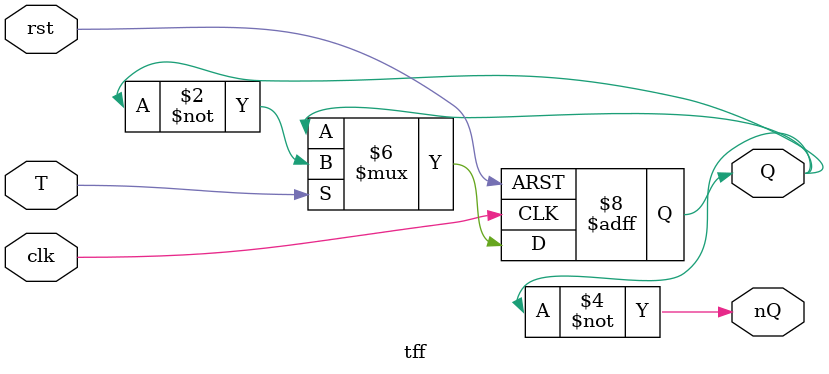
<source format=v>
module tff(
    input T,
    input clk,
    input rst,
    output reg Q,
    output reg nQ
);

    initial begin
        Q = 0;
        nQ = 1;
    end

    always @(posedge clk or posedge rst) begin
        if (rst) begin
            Q <= 0;        // guaranteed start
        end else if (T)
            Q <= ~Q;
    end

    always @(*) begin
        nQ = ~Q;
    end

endmodule
</source>
